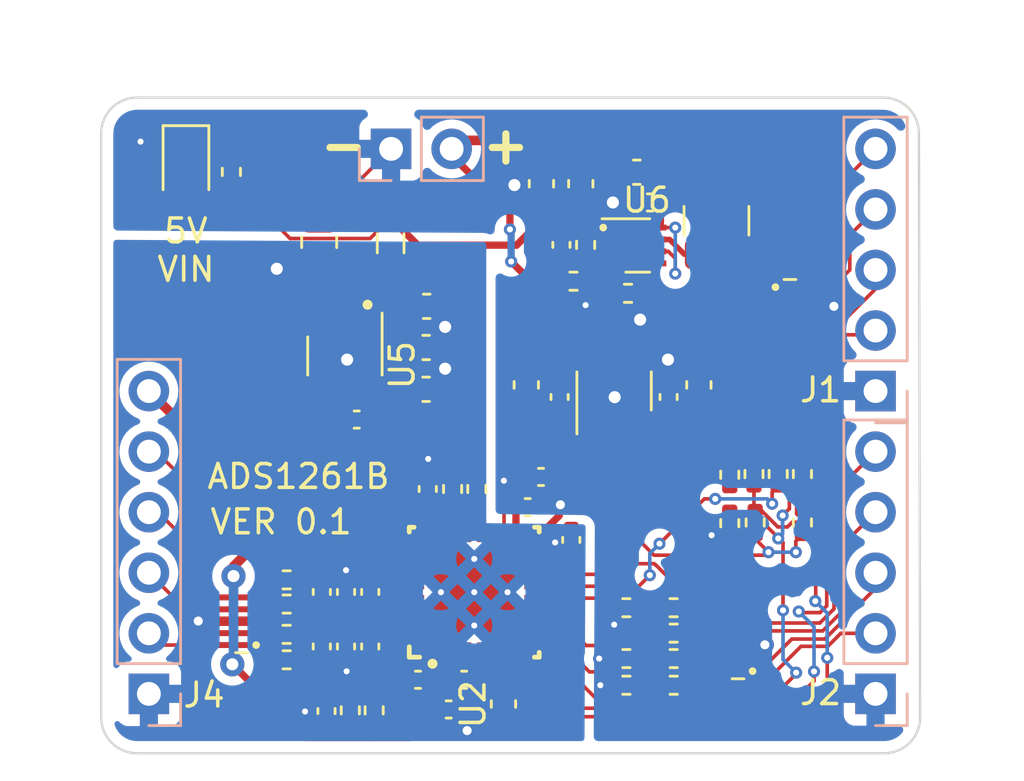
<source format=kicad_pcb>
(kicad_pcb (version 20221018) (generator pcbnew)
  (layers (0 "F.Cu" signal) (31 "B.Cu" signal) (34 "B.Paste" user) (35 "F.Paste" user) (36 "B.SilkS" user "B.Silkscreen") (37 "F.SilkS" user "F.Silkscreen") (38 "B.Mask" user) (39 "F.Mask" user) (44 "Edge.Cuts" user))
  (net 0 "")
  (net 1 "GNDA")
  (net 2 "+5VA")
  (net 3 "+3V3")
  (net 4 "GNDD")
  (net 5 "/AIN3")
  (net 6 "/AIN2")
  (net 7 "/AIN1")
  (net 8 "/AIN0")
  (net 9 "Net-(U6-FB)")
  (net 10 "Net-(U6-VOUT)")
  (net 11 "Net-(J2-Pin_5)")
  (net 12 "Net-(D1-A)")
  (net 13 "Net-(J4-Pin_2)")
  (net 14 "Net-(J2-Pin_2)")
  (net 15 "Net-(J2-Pin_3)")
  (net 16 "Net-(J2-Pin_4)")
  (net 17 "Net-(U2-CAPN)")
  (net 18 "Net-(U2-CAPP)")
  (net 19 "Net-(U2-BYPASS)")
  (net 20 "Net-(U2-REFOUT)")
  (net 21 "Net-(J1-Pin_5)")
  (net 22 "Net-(J1-Pin_2)")
  (net 23 "Net-(J1-Pin_3)")
  (net 24 "Net-(J1-Pin_4)")
  (net 25 "Net-(U2-RESET_N)")
  (net 26 "Net-(U2-PWDN_N)")
  (net 27 "Net-(U2-DRDY_N)")
  (net 28 "Net-(U2-START)")
  (net 29 "Net-(U2-AIN4)")
  (net 30 "Net-(U2-DIN)")
  (net 31 "Net-(U2-DOUT_DRDY_N)")
  (net 32 "Net-(U2-SCLK)")
  (net 33 "Net-(U2-CS_N)")
  (net 38 "Net-(U2-AINCOM)")
  (net 39 "Net-(J4-Pin_3)")
  (net 40 "Net-(J4-Pin_4)")
  (net 41 "Net-(J4-Pin_5)")
  (net 42 "Net-(U6-SW)")
  (net 43 "Net-(U6-ILIM)")
  (net 46 "Net-(J3-Pin_2)")
  (net 47 "Net-(U5-EN)")
  (footprint "Resistor_SMD:R_0402_1005Metric" (layer "F.Cu") (at 28.3972 -11.7114 -90)
    (fp_text reference "R10" hide)
    (fp_text value "47R" hide)
  )
  (footprint "Inductor_SMD:L_1210_3225Metric" (layer "F.Cu") (at 25.808 -22.336 -90)
    (fp_text reference "L1" hide)
    (fp_text value "1uH")
  )
  (footprint "Resistor_SMD:R_0402_1005Metric" (layer "F.Cu") (at 19.812 -19.799)
    (fp_text reference "R13" hide)
    (fp_text value "150K")
  )
  (footprint "Capacitor_SMD:C_0402_1005Metric" (layer "F.Cu") (at 23.7998 -14.9414 -90)
    (fp_text reference "C24" hide)
    (fp_text value "100n")
  )
  (footprint "Resistor_SMD:R_0402_1005Metric" (layer "F.Cu") (at 22.098 -19.291)
    (fp_text reference "R9" hide)
    (fp_text value "20K")
  )
  (footprint "breakout:PinHeader_1x05_P2.54mm_Vertical" (layer "F.Cu") (at 32.48 -2.49 180)
    (fp_text reference "J2")
    (fp_text value "Conn_01x05_Pin")
  )
  (footprint "Capacitor_SMD:C_0402_1005Metric" (layer "F.Cu") (at 10.2696 -4.4782 -90)
    (fp_text reference "C12" hide)
    (fp_text value "1n")
  )
  (footprint "Capacitor_SMD:C_0402_1005Metric" (layer "F.Cu") (at 10.7188 -13.9954)
    (fp_text reference "C22" hide)
    (fp_text value "100n")
  )
  (footprint "Capacitor_SMD:C_0402_1005Metric" (layer "F.Cu") (at 19.717603 -8.9486 90)
    (fp_text reference "C7" hide)
    (fp_text value "1u")
  )
  (footprint "Resistor_SMD:R_0402_1005Metric" (layer "F.Cu") (at 26.3652 -9.65 90)
    (fp_text reference "R16" hide)
    (fp_text value "51K")
  )
  (footprint "Capacitor_SMD:C_0603_1608Metric" (layer "F.Cu") (at 13.6522 -18.7452 180)
    (fp_text reference "C17" hide)
    (fp_text value "10u")
  )
  (footprint "breakout:WSON-8-1EP_2x2mm_P0.5mm_EP0.9x1.6mm" (layer "F.Cu") (at 22.508 -21.298)
    (fp_text reference "U6")
    (fp_text value "TPS61252DSG")
  )
  (footprint "LED_SMD:LED_0805_2012Metric" (layer "F.Cu") (at 3.556 -24.638 -90)
    (fp_text reference "D1" hide)
    (fp_text value "RED")
  )
  (footprint "Resistor_SMD:R_0402_1005Metric" (layer "F.Cu") (at 26.3652 -11.682 -90)
    (fp_text reference "R14" hide)
    (fp_text value "47R" hide)
  )
  (footprint "Resistor_SMD:R_0402_1005Metric" (layer "F.Cu") (at 24.010803 -5.037 180)
    (fp_text reference "R18" hide)
    (fp_text value "47R")
  )
  (footprint "Capacitor_SMD:C_0402_1005Metric" (layer "F.Cu") (at 11.2856 -6.7642 -90)
    (fp_text reference "C10" hide)
    (fp_text value "10n")
  )
  (footprint "Resistor_SMD:R_0402_1005Metric" (layer "F.Cu") (at 24.012803 -2.8526 180)
    (fp_text reference "R20" hide)
    (fp_text value "47R")
  )
  (footprint "breakout:PinHeader_1x05_P2.54mm_Vertical" (layer "F.Cu") (at 32.48 -15.19 180)
    (fp_text reference "J1")
    (fp_text value "Conn_01x05_Pin")
  )
  (footprint "Capacitor_SMD:C_0402_1005Metric" (layer "F.Cu") (at 19.2278 -14.9414 90)
    (fp_text reference "C26" hide)
    (fp_text value "100n")
  )
  (footprint "Resistor_SMD:R_0402_1005Metric" (layer "F.Cu") (at 22.027603 -6.1038)
    (fp_text reference "R25" hide)
    (fp_text value "51K")
  )
  (footprint "Resistor_SMD:R_0402_1005Metric" (layer "F.Cu") (at 5.461 -24.384 -90)
    (fp_text reference "R15" hide)
    (fp_text value "3K3")
  )
  (footprint "Resistor_SMD:R_0402_1005Metric" (layer "F.Cu") (at 24.010803 -6.1038 180)
    (fp_text reference "R17" hide)
    (fp_text value "47R")
  )
  (footprint "Capacitor_SMD:C_0402_1005Metric" (layer "F.Cu") (at 10.2696 -6.7642 -90)
    (fp_text reference "C11" hide)
    (fp_text value "1n")
  )
  (footprint "Resistor_SMD:R_0402_1005Metric" (layer "F.Cu") (at 7.7804 -7.2722)
    (fp_text reference "R26" hide)
    (fp_text value "100R")
  )
  (footprint "Capacitor_SMD:C_0603_1608Metric" (layer "F.Cu") (at 18.4658 -23.8884 -90)
    (fp_text reference "C28" hide)
    (fp_text value "10u")
  )
  (footprint "Capacitor_SMD:C_0402_1005Metric" (layer "F.Cu") (at 11.2856 -4.4782 -90)
    (fp_text reference "C13" hide)
    (fp_text value "10n")
  )
  (footprint "Capacitor_SMD:C_0402_1005Metric" (layer "F.Cu") (at 13.6986 -11.0822 -90)
    (fp_text reference "C5" hide)
    (fp_text value "1u")
  )
  (footprint "Capacitor_SMD:C_0603_1608Metric" (layer "F.Cu") (at 20.1168 -23.8884 -90)
    (fp_text reference "C20" hide)
    (fp_text value "10u")
  )
  (footprint "breakout:PinHeader_1x02_P2.54mm_Vertical" (layer "F.Cu") (at 12.16 -25.35 90)
    (fp_text reference "J3" hide)
    (fp_text value "Conn_01x03_Pin")
  )
  (footprint "common:Diodes_UDFN-10_1.0x2.5mm_P0.5mm" (layer "F.Cu") (at 5.5001 -5.537 180)
    (fp_text reference "U4" hide)
    (fp_text value "ESD5344D-TP")
  )
  (footprint "Resistor_SMD:R_0805_2012Metric" (layer "F.Cu") (at 9.144 -21.4376 -90)
    (fp_text reference "R21" hide)
    (fp_text value "0R")
  )
  (footprint "Capacitor_SMD:C_0603_1608Metric" (layer "F.Cu") (at 25.0698 -15.4494 -90)
    (fp_text reference "C25" hide)
    (fp_text value "10u")
  )
  (footprint "Resistor_SMD:R_0402_1005Metric" (layer "F.Cu") (at 24.012803 -3.9702 180)
    (fp_text reference "R19" hide)
    (fp_text value "47R")
  )
  (footprint "Capacitor_SMD:C_0402_1005Metric" (layer "F.Cu") (at 9.2536 -6.7642 -90)
    (fp_text reference "C9" hide)
    (fp_text value "1n")
  )
  (footprint "Resistor_SMD:R_0402_1005Metric" (layer "F.Cu") (at 7.7784 -4.9862)
    (fp_text reference "R29" hide)
    (fp_text value "100R")
  )
  (footprint "Resistor_SMD:R_0402_1005Metric" (layer "F.Cu") (at 7.7804 -3.9194)
    (fp_text reference "R30" hide)
    (fp_text value "100R")
  )
  (footprint "Capacitor_SMD:C_0402_1005Metric" (layer "F.Cu") (at 14.5746 -1.8366 180)
    (fp_text reference "C1" hide)
    (fp_text value "1u")
  )
  (footprint "Resistor_SMD:R_0402_1005Metric" (layer "F.Cu") (at 11.45 -1.8 -90)
    (fp_text reference "R2" hide)
    (fp_text value "51K")
  )
  (footprint "Capacitor_SMD:C_0402_1005Metric" (layer "F.Cu") (at 23.015 -23.101)
    (fp_text reference "C19" hide)
    (fp_text value "100n")
  )
  (footprint "Package_TO_SOT_SMD:SOT-23-3" (layer "F.Cu") (at 21.5138 -15.1954 90)
    (fp_text reference "U7" hide)
    (fp_text value "XC6206P332MR")
  )
  (footprint "Capacitor_SMD:C_0402_1005Metric" (layer "F.Cu") (at 18.4484 -11.5902)
    (fp_text reference "C2" hide)
    (fp_text value "1u")
  )
  (footprint "Capacitor_SMD:C_0603_1608Metric" (layer "F.Cu") (at 13.6311 -15.2654 180)
    (fp_text reference "C23" hide)
    (fp_text value "10u")
  )
  (footprint "Capacitor_SMD:C_0402_1005Metric" (layer "F.Cu") (at 9.45 -1.77 90)
    (fp_text reference "C15" hide)
    (fp_text value "1u")
  )
  (footprint "Resistor_SMD:R_0402_1005Metric" (layer "F.Cu") (at 27.3812 -11.7114 -90)
    (fp_text reference "R12" hide)
    (fp_text value "47R" hide)
  )
  (footprint "Inductor_SMD:L_0805_2012Metric" (layer "F.Cu") (at 12.1412 -21.3868 -90)
    (fp_text reference "FB5" hide)
    (fp_text value "Ferrite Bead")
  )
  (footprint "Resistor_SMD:R_0402_1005Metric" (layer "F.Cu") (at 22.029603 -2.8526)
    (fp_text reference "R23" hide)
    (fp_text value "51K")
  )
  (footprint "breakout:SOT-23-5" (layer "F.Cu") (at 10.2227 -16.6624 -90)
    (fp_text reference "U5")
    (fp_text value "TPS7A2050PDBVR")
  )
  (footprint "Capacitor_SMD:C_0402_1005Metric" (layer "F.Cu") (at 13.2896 -3.0812 180)
    (fp_text reference "C6" hide)
    (fp_text value "4n7")
  )
  (footprint "Capacitor_SMD:C_0603_1608Metric" (layer "F.Cu") (at 13.6311 -17.018 180)
    (fp_text reference "C21" hide)
    (fp_text value "10u")
  )
  (footprint "Capacitor_SMD:C_0603_1608Metric" (layer "F.Cu") (at 16.8736 -2.0652 -90)
    (fp_text reference "C8" hide)
    (fp_text value "10u")
  )
  (footprint "Resistor_SMD:R_0402_1005Metric" (layer "F.Cu") (at 14.74 -11.0822 -90)
    (fp_text reference "R3" hide)
    (fp_text value "51K")
  )
  (footprint "Capacitor_SMD:C_0402_1005Metric" (layer "F.Cu") (at 15.2226 -3.0812 180)
    (fp_text reference "C3" hide)
    (fp_text value "100n")
  )
  (footprint "Resistor_SMD:R_0402_1005Metric" (layer "F.Cu") (at 22.029603 -3.9702)
    (fp_text reference "R24" hide)
    (fp_text value "51K")
  )
  (footprint "Capacitor_SMD:C_0402_1005Metric" (layer "F.Cu") (at 19.304 -21.323 90)
    (fp_text reference "C18" hide)
    (fp_text value "100pf")
  )
  (footprint "Capacitor_SMD:C_0402_1005Metric" (layer "F.Cu") (at 17.8896 -10.3202)
    (fp_text reference "C4" hide)
    (fp_text value "100n")
  )
  (footprint "Capacitor_SMD:C_0402_1005Metric" (layer "F.Cu") (at 9.2536 -4.4782 -90)
    (fp_text reference "C14" hide)
    (fp_text value "1n")
  )
  (footprint "Resistor_SMD:R_0402_1005Metric" (layer "F.Cu") (at 27.432 -9.6794 -90)
    (fp_text reference "R5" hide)
    (fp_text value "51K" hide)
  )
  (footprint "common:Diodes_UDFN-10_1.0x2.5mm_P0.5mm" (layer "F.Cu") (at 26.3224 -4.4434 180)
    (fp_text reference "U3" hide)
    (fp_text value "ESD5344D-TP")
  )
  (footprint "Resistor_SMD:R_0402_1005Metric" (layer "F.Cu") (at 7.7804 -6.2562)
    (fp_text reference "R28" hide)
    (fp_text value "100R")
  )
  (footprint "breakout:PinHeader_1x06_P2.54mm_Vertical" (layer "F.Cu") (at 2 -2.49 180)
    (fp_text reference "J4")
    (fp_text value "Conn_01x06_Pin")
  )
  (footprint "Resistor_SMD:R_0402_1005Metric" (layer "F.Cu") (at 29.4132 -11.7114 -90)
    (fp_text reference "R8" hide)
    (fp_text value "47R" hide)
  )
  (footprint "Resistor_SMD:R_0402_1005Metric" (layer "F.Cu") (at 20.32 -21.323 -90)
    (fp_text reference "R11" hide)
    (fp_text value "536K")
  )
  (footprint "Capacitor_SMD:C_0603_1608Metric" (layer "F.Cu") (at 17.8308 -15.4494 90)
    (fp_text reference "C27" hide)
    (fp_text value "10u")
  )
  (footprint "Resistor_SMD:R_0402_1005Metric" (layer "F.Cu") (at 10.45 -1.8 90)
    (fp_text reference "R6" hide)
    (fp_text value "51K")
  )
  (footprint "Resistor_SMD:R_0402_1005Metric" (layer "F.Cu") (at 29.4132 -9.6794 -90)
    (fp_text reference "R4" hide)
    (fp_text value "51K" hide)
  )
  (footprint "common:Diodes_UDFN-10_1.0x2.5mm_P0.5mm" (layer "F.Cu") (at 29.2805 -18.55)
    (fp_text reference "U1" hide)
    (fp_text value "ESD5344D-TP")
  )
  (footprint "Capacitor_SMD:C_0603_1608Metric" (layer "F.Cu") (at 22.466 -24.371)
    (fp_text reference "C16" hide)
    (fp_text value "10u")
  )
  (footprint "breakout:RHB0032E" (layer "F.Cu") (at 15.6476 -6.754197 90)
    (fp_text reference "U2")
    (fp_text value "ADS1261IRHBR")
  )
  (footprint "Resistor_SMD:R_0402_1005Metric" (layer "F.Cu") (at 15.756 -11.0842 90)
    (fp_text reference "R1" hide)
    (fp_text value "51K")
  )
  (gr_arc locked (start 32.8 -27.5) (mid 33.86066 -27.06066) (end 34.3 -26) (stroke (width 0.1)) (layer "Edge.Cuts"))
  (gr_line locked (start 0 -26) (end 0 -1.5) (stroke (width 0.1)) (layer "Edge.Cuts"))
  (gr_line locked (start 34.35 -1.5) (end 34.3 -26) (stroke (width 0.1)) (layer "Edge.Cuts"))
  (gr_line locked (start 32.8 -27.5) (end 1.5 -27.5) (stroke (width 0.1)) (layer "Edge.Cuts"))
  (gr_arc locked (start 34.35 -1.5) (mid 33.91066 -0.43934) (end 32.85 0) (stroke (width 0.1)) (layer "Edge.Cuts"))
  (gr_line locked (start 1.5 0) (end 32.85 0) (stroke (width 0.1)) (layer "Edge.Cuts"))
  (gr_arc locked (start 0 -26) (mid 0.43934 -27.06066) (end 1.5 -27.5) (stroke (width 0.1)) (layer "Edge.Cuts"))
  (gr_arc locked (start 1.5 0) (mid 0.43934 -0.43934) (end 0 -1.5) (stroke (width 0.1)) (layer "Edge.Cuts"))
  (gr_text "ADS1261B" (at 4.3688 -11.0236) (layer "F.SilkS") (effects (font (size 1 1)) (justify left bottom)))
  (gr_text "-" (at 9.0424 -24.638) (layer "F.SilkS") (effects (font (size 1.5 1.5) (thickness 0.3) bold) (justify left bottom)))
  (gr_text "+" (at 15.8496 -24.638) (layer "F.SilkS") (effects (font (size 1.5 1.5) (thickness 0.3) bold) (justify left bottom)))
  (gr_text "5V\nVIN" (at 3.556 -19.7104) (layer "F.SilkS") (effects (font (size 1 1)) (justify bottom)))
  (gr_text "VER 0.1" (at 4.4958 -9.1186) (layer "F.SilkS") (effects (font (size 1 1)) (justify left bottom)))
  (segment (start 15.3496 -1.8112) (end 15.3496 -0.7952) (width 0.3048) (layer "F.Cu") (net 1))
  (segment (start 16.3526 -1.8112) (end 16.8736 -1.2902) (width 0.1524) (layer "F.Cu") (net 1))
  (segment (start 10.2227 -16.6034) (end 10.3161 -16.51) (width 0.3048) (layer "F.Cu") (net 1))
  (segment (start 13.716 -11.5796) (end 13.6986 -11.5622) (width 0.1524) (layer "F.Cu") (net 1))
  (segment (start 7.366 -20.32) (end 8.9389 -20.32) (width 0.1524) (layer "F.Cu") (net 1))
  (segment (start 9.01 -1.29) (end 8.55 -1.75) (width 0.1524) (layer "F.Cu") (net 1))
  (segment (start 10.5236 -1.2042) (end 9.7336 -1.2042) (width 0.1524) (layer "F.Cu") (net 1))
  (segment (start 4.072894 -5.544106) (end 4.072 -5.545) (width 0.1524) (layer "F.Cu") (net 1))
  (segment (start 10.2136 -3.9982) (end 9.2536 -4.9582) (width 0.1524) (layer "F.Cu") (net 1))
  (segment (start 15.3626 -2.7412) (end 15.7026 -3.0812) (width 0.1524) (layer "F.Cu") (net 1))
  (segment (start 15.3626 -1.8112) (end 15.3626 -2.7412) (width 0.1524) (layer "F.Cu") (net 1))
  (segment (start 14.71 -11.5622) (end 14.74 -11.5922) (width 0.1524) (layer "F.Cu") (net 1))
  (segment (start 9.3096 -6.2842) (end 10.2696 -7.2442) (width 0.1524) (layer "F.Cu") (net 1))
  (segment (start 15.3496 -1.8112) (end 16.3526 -1.8112) (width 0.1524) (layer "F.Cu") (net 1))
  (segment (start 9.9351 -16.637) (end 10.2227 -16.9246) (width 0.1524) (layer "F.Cu") (net 1))
  (segment (start 10.2696 -3.9982) (end 10.294313 -3.973487) (width 0.1524) (layer "F.Cu") (net 1))
  (segment (start 4.08 -5.537) (end 4.072 -5.545) (width 0.3048) (layer "F.Cu") (net 1))
  (segment (start 15.7026 -3.0812) (end 15.8976 -3.2762) (width 0.1524) (layer "F.Cu") (net 1))
  (segment (start 13.716 -12.3444) (end 13.716 -11.5796) (width 0.1524) (layer "F.Cu") (net 1))
  (segment (start 10.3161 -14.0727) (end 10.3161 -16.51) (width 0.3048) (layer "F.Cu") (net 1))
  (segment (start 10.2696 -3.9982) (end 10.2136 -3.9982) (width 0.1524) (layer "F.Cu") (net 1))
  (segment (start 13.6986 -11.5622) (end 14.71 -11.5622) (width 0.1524) (layer "F.Cu") (net 1))
  (segment (start 9.3044 -6.2842) (end 9.3096 -6.2842) (width 0.1524) (layer "F.Cu") (net 1))
  (segment (start 9.7336 -1.2042) (end 9.7108 -1.227) (width 0.1524) (layer "F.Cu") (net 1))
  (segment (start 10.294313 -3.973487) (end 10.294313 -3.4363) (width 0.1524) (layer "F.Cu") (net 1))
  (segment (start 10.2388 -13.9954) (end 10.3161 -14.0727) (width 0.3048) (layer "F.Cu") (net 1))
  (segment (start 5.5001 -5.537) (end 4.08 -5.537) (width 0.3048) (layer "F.Cu") (net 1))
  (segment (start 9.45 -1.29) (end 9.01 -1.29) (width 0.1524) (layer "F.Cu") (net 1))
  (segment (start 10.2227 -17.7999) (end 10.2227 -16.6034) (width 0.3048) (layer "F.Cu") (net 1))
  (segment (start 8.9389 -20.32) (end 9.144 -20.5251) (width 0.1524) (layer "F.Cu") (net 1))
  (segment (start 19.629203 -9.4286) (end 19.039803 -8.8392) (width 0.1524) (layer "F.Cu") (net 1))
  (segment (start 15.8976 -3.2762) (end 15.8976 -4.354197) (width 0.1524) (layer "F.Cu") (net 1))
  (via (at 8.55 -1.75) (size 0.508) (drill 0.254) (layers "F.Cu" "B.Cu") (net 1))
  (via (at 14.4272 -16.129) (size 1.016) (drill 0.508) (layers "F.Cu" "B.Cu") (net 1))
  (via (at 10.3161 -16.51) (size 1.016) (drill 0.508) (layers "F.Cu" "B.Cu") (net 1))
  (via (at 19.039803 -8.8392) (size 0.508) (drill 0.254) (layers "F.Cu" "B.Cu") (net 1))
  (via (at 4.072 -5.545) (size 0.762) (drill 0.381) (layers "F.Cu" "B.Cu") (net 1))
  (via (at 7.366 -20.32) (size 1.016) (drill 0.508) (layers "F.Cu" "B.Cu") (net 1))
  (via (at 14.4272 -17.8816) (size 1.016) (drill 0.508) (layers "F.Cu" "B.Cu") (net 1))
  (via (at 13.716 -12.3444) (size 0.508) (drill 0.254) (layers "F.Cu" "B.Cu") (net 1))
  (via (at 15.3496 -0.95) (size 0.762) (drill 0.381) (layers "F.Cu" "B.Cu") (net 1))
  (via (at 10.2696 -7.6786) (size 0.508) (drill 0.254) (layers "F.Cu" "B.Cu") (net 1))
  (via (at 10.294313 -3.4363) (size 0.508) (drill 0.254) (layers "F.Cu" "B.Cu") (net 1))
  (segment (start 2 -2.49) (end 2 -1.048) (width 0.762) (layer "B.Cu") (net 1))
  (segment (start 4.318 -2.4892) (end 4.3172 -2.49) (width 0.762) (layer "B.Cu") (net 1))
  (segment (start 4.3172 -2.49) (end 2 -2.49) (width 0.762) (layer "B.Cu") (net 1))
  (segment (start 11.1727 -15.1439) (end 12.7346 -15.1439) (width 0.3048) (layer "F.Cu") (net 2))
  (segment (start 12.7346 -15.1439) (end 12.8561 -15.2654) (width 0.3048) (layer "F.Cu") (net 2))
  (segment (start 11.45 -1.29) (end 11.45 -0.7104) (width 0.1524) (layer "F.Cu") (net 2))
  (segment (start 14.7426 -3.0812) (end 14.7426 -2.4996) (width 0.1524) (layer "F.Cu") (net 2))
  (segment (start 5.55 -7.43) (end 5.55 -7.836) (width 0.2286) (layer "F.Cu") (net 2))
  (segment (start 12.0396 -12.7508) (end 4.4392 -12.7508) (width 0.4064) (layer "F.Cu") (net 2))
  (segment (start 13.5326 -13.8176) (end 12.8561 -13.8176) (width 0.1524) (layer "F.Cu") (net 2))
  (segment (start 9.7536 -12.0396) (end 9.7536 -12.7508) (width 0.4064) (layer "F.Cu") (net 2))
  (segment (start 11.5 -0.6604) (end 8.5696 -0.6604) (width 0.3048) (layer "F.Cu") (net 2))
  (segment (start 4.4392 -12.7508) (end 2 -15.19) (width 0.4064) (layer "F.Cu") (net 2))
  (segment (start 12.8561 -15.2654) (end 12.8561 -13.5673) (width 0.4064) (layer "F.Cu") (net 2))
  (segment (start 14.0946 -1.8366) (end 12.9184 -0.6604) (width 0.3048) (layer "F.Cu") (net 2))
  (segment (start 11.45 -0.7104) (end 11.5 -0.6604) (width 0.1524) (layer "F.Cu") (net 2))
  (segment (start 11.2268 -13.97) (end 11.2268 -15.4708) (width 0.3048) (layer "F.Cu") (net 2))
  (segment (start 12.8561 -13.5673) (end 12.0396 -12.7508) (width 0.4064) (layer "F.Cu") (net 2))
  (segment (start 14.7426 -2.4996) (end 14.0542 -1.8112) (width 0.1524) (layer "F.Cu") (net 2))
  (segment (start 5.55 -7.836) (end 9.7536 -12.0396) (width 0.4064) (layer "F.Cu") (net 2))
  (segment (start 14.7426 -3.0812) (end 15.397598 -3.736198) (width 0.1524) (layer "F.Cu") (net 2))
  (segment (start 12.8561 -17.018) (end 12.8561 -15.2654) (width 0.3048) (layer "F.Cu") (net 2))
  (segment (start 15.397598 -3.736198) (end 15.397598 -4.354197) (width 0.1524) (layer "F.Cu") (net 2))
  (segment (start 12.9184 -0.6604) (end 11.5 -0.6604) (width 0.3048) (layer "F.Cu") (net 2))
  (segment (start 8.5696 -0.6604) (end 5.55 -3.68) (width 0.3048) (layer "F.Cu") (net 2))
  (segment (start 11.2268 -15.4708) (end 11.1727 -15.5249) (width 0.3048) (layer "F.Cu") (net 2))
  (segment (start 15.756 -11.5942) (end 13.5326 -13.8176) (width 0.1524) (layer "F.Cu") (net 2))
  (via (at 5.5 -3.73) (size 1.016) (drill 0.508) (layers "F.Cu" "B.Cu") (net 2))
  (via (at 5.55 -7.43) (size 1.016) (drill 0.508) (layers "F.Cu" "B.Cu") (net 2))
  (segment (start 5.55 -3.83) (end 5.55 -6.98) (width 0.4064) (layer "B.Cu") (net 2))
  (segment (start 5.55 -6.98) (end 5.75 -7.18) (width 0.3048) (layer "B.Cu") (net 2))
  (segment (start 27.432 -8.9916) (end 27.9908 -8.4328) (width 0.1524) (layer "F.Cu") (net 3))
  (segment (start 29.4132 -9.1694) (end 29.136428 -8.892628) (width 0.1524) (layer "F.Cu") (net 3))
  (segment (start 29.136428 -8.892628) (end 29.136428 -8.4328) (width 0.1524) (layer "F.Cu") (net 3))
  (segment (start 24.8568 -14.4614) (end 25.0698 -14.6744) (width 0.3048) (layer "F.Cu") (net 3))
  (segment (start 18.4912 -12.3444) (end 20.066 -12.3444) (width 0.3048) (layer "F.Cu") (net 3))
  (segment (start 20.7503 -12.3444) (end 20.066 -12.3444) (width 0.3048) (layer "F.Cu") (net 3))
  (segment (start 23.7998 -14.4614) (end 24.8568 -14.4614) (width 0.3048) (layer "F.Cu") (net 3))
  (segment (start 17.4096 -11.0314) (end 17.9684 -11.5902) (width 0.3048) (layer "F.Cu") (net 3))
  (segment (start 17.397599 -10.308199) (end 17.4096 -10.3202) (width 0.3048) (layer "F.Cu") (net 3))
  (segment (start 23.7998 -14.4614) (end 23.7656 -14.4272) (width 0.3048) (layer "F.Cu") (net 3))
  (segment (start 23.1897 -8.3063) (end 20.066 -11.43) (width 0.1524) (layer "F.Cu") (net 3))
  (segment (start 22.4638 -14.0579) (end 20.7503 -12.3444) (width 0.3048) (layer "F.Cu") (net 3))
  (segment (start 27.9908 -8.4328) (end 27.8643 -8.3063) (width 0.1524) (layer "F.Cu") (net 3))
  (segment (start 17.9684 -11.8216) (end 18.4912 -12.3444) (width 0.3048) (layer "F.Cu") (net 3))
  (segment (start 27.8643 -8.3063) (end 23.1897 -8.3063) (width 0.1524) (layer "F.Cu") (net 3))
  (segment (start 17.397599 -9.154197) (end 17.397599 -10.308199) (width 0.3048) (layer "F.Cu") (net 3))
  (segment (start 23.7656 -14.4272) (end 22.5254 -14.4272) (width 0.3048) (layer "F.Cu") (net 3))
  (segment (start 20.066 -11.43) (end 20.066 -12.3444) (width 0.1524) (layer "F.Cu") (net 3))
  (segment (start 17.4096 -10.3202) (end 17.4096 -11.0314) (width 0.3048) (layer "F.Cu") (net 3))
  (segment (start 27.432 -9.1694) (end 27.432 -8.9916) (width 0.1524) (layer "F.Cu") (net 3))
  (segment (start 17.9684 -11.5902) (end 17.9684 -11.8216) (width 0.3048) (layer "F.Cu") (net 3))
  (via (at 29.136428 -8.4328) (size 0.508) (drill 0.254) (layers "F.Cu" "B.Cu") (net 3))
  (via (at 27.9908 -8.4328) (size 0.508) (drill 0.254) (layers "F.Cu" "B.Cu") (net 3))
  (segment (start 29.136428 -8.4328) (end 27.9908 -8.4328) (width 0.1524) (layer "B.Cu") (net 3))
  (segment (start 21.558 -22.048) (end 21.558 -22.124) (width 0.1524) (layer "F.Cu") (net 4))
  (segment (start 22.508 -21.298) (end 22.508 -19.391) (width 0.3048) (layer "F.Cu") (net 4))
  (segment (start 20.1168 -24.6634) (end 21.3986 -24.6634) (width 0.3048) (layer "F.Cu") (net 4))
  (segment (start 21.3986 -24.6634) (end 21.691 -24.371) (width 0.3048) (layer "F.Cu") (net 4))
  (segment (start 18.0476 -8.802) (end 18.0476 -8.504199) (width 0.3048) (layer "F.Cu") (net 4))
  (segment (start 19.2112 -14.478) (end 19.2278 -14.4614) (width 0.3048) (layer "F.Cu") (net 4))
  (segment (start 19.2109 -10.3715) (end 19.2109 -9.9653) (width 0.3048) (layer "F.Cu") (net 4))
  (segment (start 18.0272 -14.478) (end 19.2112 -14.478) (width 0.3048) (layer "F.Cu") (net 4))
  (segment (start 23.7998 -15.4214) (end 24.2668 -15.4214) (width 0.3048) (layer "F.Cu") (net 4))
  (segment (start 26.023103 -4.4434) (end 27.5256 -4.4434) (width 0.1524) (layer "F.Cu") (net 4))
  (segment (start 1.7295 -25.5755) (end 1.651 -25.654) (width 0.1524) (layer "F.Cu") (net 4))
  (segment (start 20.5638 -14.0579) (end 19.6313 -14.0579) (width 0.3048) (layer "F.Cu") (net 4))
  (segment (start 23.7998 -15.4214) (end 23.7998 -16.4846) (width 0.3048) (layer "F.Cu") (net 4))
  (segment (start 22.606 -15.9512) (end 22.606 -18.1864) (width 0.3048) (layer "F.Cu") (net 4))
  (segment (start 22.1128 -22.048) (end 22.508 -21.6528) (width 0.2286) (layer "F.Cu") (net 4))
  (segment (start 19.2612 -10.4218) (end 19.2109 -10.3715) (width 0.3048) (layer "F.Cu") (net 4))
  (segment (start 3.556 -25.5755) (end 1.7295 -25.5755) (width 0.1524) (layer "F.Cu") (net 4))
  (segment (start 22.535 -23.101) (end 22.535 -21.325) (width 0.3048) (layer "F.Cu") (net 4))
  (segment (start 21.691 -24.371) (end 21.691 -23.329) (width 0.3048) (layer "F.Cu") (net 4))
  (segment (start 21.558 -22.048) (end 22.1128 -22.048) (width 0.2286) (layer "F.Cu") (net 4))
  (segment (start 22.508 -21.6528) (end 22.508 -21.298) (width 0.3048) (layer "F.Cu") (net 4))
  (segment (start 22.508 -21.298) (end 22.508 -21.675) (width 0.1524) (layer "F.Cu") (net 4))
  (segment (start 19.2612 -10.4218) (end 19.2234 -10.4596) (width 0.3048) (layer "F.Cu") (net 4))
  (segment (start 19.2234 -10.4596) (end 19.2234 -11.5902) (width 0.3048) (layer "F.Cu") (net 4))
  (segment (start 22.535 -21.325) (end 22.508 -21.298) (width 0.3048) (layer "F.Cu") (net 4))
  (segment (start 18.165087 -24.6634) (end 17.332999 -23.831312) (width 0.3048) (layer "F.Cu") (net 4))
  (segment (start 20.7127 -14.0579) (end 22.606 -15.9512) (width 0.3048) (layer "F.Cu") (net 4))
  (segment (start 25.6032 -9.144) (end 26.3612 -9.144) (width 0.1524) (layer "F.Cu") (net 4))
  (segment (start 8.89 -22.08) (end 12.16 -25.35) (width 0.1524) (layer "F.Cu") (net 4))
  (segment (start 23.7998 -16.4846) (end 23.7744 -16.51) (width 0.3048) (layer "F.Cu") (net 4))
  (segment (start 21.691 -23.329) (end 21.463 -23.101) (width 0.3048) (layer "F.Cu") (net 4))
  (segment (start 24.2668 -15.4214) (end 25.0698 -16.2244) (width 0.3048) (layer "F.Cu") (net 4))
  (segment (start 19.2109 -9.9653) (end 18.0476 -8.802) (width 0.3048) (layer "F.Cu") (net 4))
  (segment (start 21.517603 -6.1038) (end 21.517603 -5.3926) (width 0.1524) (layer "F.Cu") (net 4))
  (segment (start 21.519603 -2.8526) (end 20.9376 -2.8526) (width 0.1524) (layer "F.Cu") (net 4))
  (segment (start 18.4658 -24.6634) (end 20.1168 -24.6634) (width 0.3048) (layer "F.Cu") (net 4))
  (segment (start 16.897597 -11.423403) (end 16.891 -11.43) (width 0.1524) (layer "F.Cu") (net 4))
  (segment (start 21.558 -23.006) (end 21.463 -23.101) (width 0.3048) (layer "F.Cu") (net 4))
  (segment (start 22.508 -19.391) (end 22.608 -19.291) (width 0.3048) (layer "F.Cu") (net 4))
  (segment (start 20.322 -19.799) (end 20.322 -18.798) (width 0.1524) (layer "F.Cu") (net 4))
  (segment (start 21.519603 -3.9702) (end 20.8868 -3.9702) (width 0.1524) (layer "F.Cu") (net 4))
  (segment (start 17.8308 -14.6744) (end 18.0272 -14.478) (width 0.3048) (layer "F.Cu") (net 4))
  (segment (start 18.4658 -24.6634) (end 18.165087 -24.6634) (width 0.3048) (layer "F.Cu") (net 4))
  (segment (start 19.1596 -10.3202) (end 19.2612 -10.4218) (width 0.3048) (layer "F.Cu") (net 4))
  (segment (start 20.5638 -14.0579) (end 20.7127 -14.0579) (width 0.3048) (layer "F.Cu") (net 4))
  (segment (start 16.897597 -9.154197) (end 16.897597 -11.423403) (width 0.1524) (layer "F.Cu") (net 4))
  (segment (start 18.3696 -10.3202) (end 19.1596 -10.3202) (width 0.3048) (layer "F.Cu") (net 4))
  (segment (start 30.5388 -18.55) (end 30.734 -18.7452) (width 0.1524) (layer "F.Cu") (net 4))
  (segment (start 29.2805 -18.55) (end 30.5388 -18.55) (width 0.1524) (layer "F.Cu") (net 4))
  (segment (start 21.558 -22.098) (end 21.558 -23.056) (width 0.3048) (layer "F.Cu") (net 4))
  (segment (start 22.608 -19.291) (end 22.608 -18.3216) (width 0.3048) (layer "F.Cu") (net 4))
  (segment (start 19.6313 -14.0579) (end 19.2278 -14.4614) (width 0.3048) (layer "F.Cu") (net 4))
  (via (at 20.32 -18.796) (size 0.508) (drill 0.254) (layers "F.Cu" "B.Cu") (net 4))
  (via (at 27.8384 -4.548099) (size 0.762) (drill 0.381) (layers "F.Cu" "B.Cu") (net 4))
  (via (at 30.734 -18.7452) (size 0.762) (drill 0.381) (layers "F.Cu" "B.Cu") (net 4))
  (via (at 21.517603 -5.3926) (size 0.508) (drill 0.254) (layers "F.Cu" "B.Cu") (net 4))
  (via (at 16.891 -11.43) (size 0.508) (drill 0.254) (layers "F.Cu" "B.Cu") (net 4))
  (via (at 22.606 -18.1864) (size 1.016) (drill 0.508) (layers "F.Cu" "B.Cu") (net 4))
  (via (at 20.8868 -3.9702) (size 0.508) (drill 0.254) (layers "F.Cu" "B.Cu") (net 4))
  (via (at 19.2612 -10.4218) (size 0.762) (drill 0.381) (layers "F.Cu" "B.Cu") (net 4))
  (via (at 20.9376 -2.8526) (size 0.508) (drill 0.254) (layers "F.Cu" "B.Cu") (net 4))
  (via (at 17.332999 -23.831312) (size 1.016) (drill 0.508) (layers "F.Cu" "B.Cu") (net 4))
  (via (at 23.7744 -16.51) (size 1.016) (drill 0.508) (layers "F.Cu" "B.Cu") (net 4))
  (via (at 1.651 -25.654) (size 0.508) (drill 0.254) (layers "F.Cu" "B.Cu") (net 4))
  (via (at 25.6032 -9.144) (size 0.508) (drill 0.254) (layers "F.Cu" "B.Cu") (net 4))
  (via (at 21.5392 -14.9352) (size 1.016) (drill 0.508) (layers "F.Cu" "B.Cu") (net 4))
  (via (at 21.463 -23.101) (size 1.016) (drill 0.508) (layers "F.Cu" "B.Cu") (net 4))
  (segment (start 10.3132 -25.35) (end 10.3124 -25.3492) (width 0.762) (layer "B.Cu") (net 4))
  (segment (start 32.48 -2.49) (end 32.48 -1.1364) (width 0.762) (layer "B.Cu") (net 4))
  (segment (start 32.48 -2.49) (end 30.684 -2.49) (width 0.762) (layer "B.Cu") (net 4))
  (segment (start 12.16 -23.6408) (end 12.1412 -23.622) (width 0.762) (layer "B.Cu") (net 4))
  (segment (start 32.48 -15.19) (end 30.3792 -15.19) (width 0.762) (layer "B.Cu") (net 4))
  (segment (start 30.684 -2.49) (end 30.6832 -2.4892) (width 0.762) (layer "B.Cu") (net 4))
  (segment (start 12.16 -25.35) (end 10.3132 -25.35) (width 0.762) (layer "B.Cu") (net 4))
  (segment (start 12.16 -25.35) (end 12.16 -23.6408) (width 0.762) (layer "B.Cu") (net 4))
  (segment (start 9.8632 -8.1866) (end 9.3044 -7.6278) (width 0.1524) (layer "F.Cu") (net 5))
  (segment (start 9.3044 -7.2442) (end 8.3184 -7.2442) (width 0.1524) (layer "F.Cu") (net 5))
  (segment (start 9.3044 -7.6278) (end 9.3044 -7.2442) (width 0.1524) (layer "F.Cu") (net 5))
  (segment (start 13.2476 -6.504197) (end 12.025603 -6.504197) (width 0.1524) (layer "F.Cu") (net 5))
  (segment (start 11.2856 -7.2442) (end 11.2856 -7.6278) (width 0.1524) (layer "F.Cu") (net 5))
  (segment (start 10.7268 -8.1866) (end 9.8632 -8.1866) (width 0.1524) (layer "F.Cu") (net 5))
  (segment (start 12.025603 -6.504197) (end 11.2856 -7.2442) (width 0.1524) (layer "F.Cu") (net 5))
  (segment (start 8.3184 -7.2442) (end 8.2904 -7.2722) (width 0.1524) (layer "F.Cu") (net 5))
  (segment (start 11.2856 -7.6278) (end 10.7268 -8.1866) (width 0.1524) (layer "F.Cu") (net 5))
  (segment (start 11.819601 -6.004199) (end 11.6666 -6.1572) (width 0.1524) (layer "F.Cu") (net 6))
  (segment (start 10.3686 -6.1572) (end 10.2696 -6.2562) (width 0.1524) (layer "F.Cu") (net 6))
  (segment (start 8.8218 -5.7756) (end 9.761 -5.7756) (width 0.1524) (layer "F.Cu") (net 6))
  (segment (start 13.2476 -6.004199) (end 11.819601 -6.004199) (width 0.1524) (layer "F.Cu") (net 6))
  (segment (start 9.761 -5.7756) (end 10.2696 -6.2842) (width 0.1524) (layer "F.Cu") (net 6))
  (segment (start 8.2904 -6.307) (end 8.8218 -5.7756) (width 0.1524) (layer "F.Cu") (net 6))
  (segment (start 11.6666 -6.1572) (end 10.3686 -6.1572) (width 0.1524) (layer "F.Cu") (net 6))
  (segment (start 8.769 -5.4668) (end 9.761 -5.4668) (width 0.1524) (layer "F.Cu") (net 7))
  (segment (start 8.2884 -4.9862) (end 8.769 -5.4668) (width 0.1524) (layer "F.Cu") (net 7))
  (segment (start 13.2476 -5.504197) (end 12.085597 -5.504197) (width 0.1524) (layer "F.Cu") (net 7))
  (segment (start 9.761 -5.4668) (end 10.2696 -4.9582) (width 0.1524) (layer "F.Cu") (net 7))
  (segment (start 12.085597 -5.504197) (end 11.6666 -5.0852) (width 0.1524) (layer "F.Cu") (net 7))
  (segment (start 10.3966 -5.0852) (end 10.2696 -4.9582) (width 0.1524) (layer "F.Cu") (net 7))
  (segment (start 11.6666 -5.0852) (end 10.3966 -5.0852) (width 0.1524) (layer "F.Cu") (net 7))
  (segment (start 9.2536 -3.3098) (end 9.2536 -3.9982) (width 0.1524) (layer "F.Cu") (net 8))
  (segment (start 8.3692 -3.9982) (end 8.2904 -3.9194) (width 0.1524) (layer "F.Cu") (net 8))
  (segment (start 10.7268 -2.9542) (end 9.6092 -2.9542) (width 0.1524) (layer "F.Cu") (net 8))
  (segment (start 11.2856 -3.9982) (end 11.2856 -3.513) (width 0.1524) (layer "F.Cu") (net 8))
  (segment (start 9.6092 -2.9542) (end 9.2536 -3.3098) (width 0.1524) (layer "F.Cu") (net 8))
  (segment (start 11.8216 -3.9982) (end 11.2856 -3.9982) (width 0.1524) (layer "F.Cu") (net 8))
  (segment (start 12.827598 -5.004198) (end 11.8216 -3.9982) (width 0.1524) (layer "F.Cu") (net 8))
  (segment (start 11.2856 -3.513) (end 10.7268 -2.9542) (width 0.1524) (layer "F.Cu") (net 8))
  (segment (start 9.2536 -3.9982) (end 8.3692 -3.9982) (width 0.1524) (layer "F.Cu") (net 8))
  (segment (start 13.2476 -5.004198) (end 12.827598 -5.004198) (width 0.1524) (layer "F.Cu") (net 8))
  (segment (start 19.304 -19.801) (end 19.302 -19.799) (width 0.1524) (layer "F.Cu") (net 9))
  (segment (start 20.555 -21.048) (end 20.32 -20.813) (width 0.1524) (layer "F.Cu") (net 9))
  (segment (start 21.558 -21.048) (end 20.555 -21.048) (width 0.1524) (layer "F.Cu") (net 9))
  (segment (start 20.32 -20.813) (end 19.334 -20.813) (width 0.1524) (layer "F.Cu") (net 9))
  (segment (start 19.334 -20.813) (end 19.304 -20.843) (width 0.1524) (layer "F.Cu") (net 9))
  (segment (start 19.304 -20.843) (end 19.304 -19.801) (width 0.1524) (layer "F.Cu") (net 9))
  (segment (start 19.334 -21.833) (end 19.304 -21.803) (width 0.3048) (layer "F.Cu") (net 10))
  (segment (start 20.1168 -23.1134) (end 20.1168 -22.0362) (width 0.3048) (layer "F.Cu") (net 10))
  (segment (start 5.461 -24.894) (end 6.0432 -24.894) (width 0.1524) (layer "F.Cu") (net 10))
  (segment (start 6.0432 -24.894) (end 6.731 -24.2062) (width 0.1524) (layer "F.Cu") (net 10))
  (segment (start 13.2799 -21.3106) (end 12.1412 -22.4493) (width 0.3048) (layer "F.Cu") (net 10))
  (segment (start 7.9248 -21.59) (end 11.2819 -21.59) (width 0.1524) (layer "F.Cu") (net 10))
  (segment (start 20.605 -21.548) (end 20.32 -21.833) (width 0.2286) (layer "F.Cu") (net 10))
  (segment (start 17.4244 -21.3106) (end 13.2799 -21.3106) (width 0.3048) (layer "F.Cu") (net 10))
  (segment (start 6.731 -22.7838) (end 7.9248 -21.59) (width 0.1524) (layer "F.Cu") (net 10))
  (segment (start 18.4658 -23.1134) (end 18.4658 -22.352) (width 0.3048) (layer "F.Cu") (net 10))
  (segment (start 11.2819 -21.59) (end 12.1412 -22.4493) (width 0.1524) (layer "F.Cu") (net 10))
  (segment (start 20.1168 -22.0362) (end 20.32 -21.833) (width 0.3048) (layer "F.Cu") (net 10))
  (segment (start 21.558 -21.548) (end 20.605 -21.548) (width 0.2286) (layer "F.Cu") (net 10))
  (segment (start 18.4658 -22.352) (end 17.4244 -21.3106) (width 0.3048) (layer "F.Cu") (net 10))
  (segment (start 20.1168 -23.1134) (end 18.4658 -23.1134) (width 0.3048) (layer "F.Cu") (net 10))
  (segment (start 20.32 -21.833) (end 19.334 -21.833) (width 0.3048) (layer "F.Cu") (net 10))
  (segment (start 6.731 -24.2062) (end 6.731 -22.7838) (width 0.1524) (layer "F.Cu") (net 10))
  (segment (start 30.738349 -10.908349) (end 32.48 -12.65) (width 0.1524) (layer "F.Cu") (net 11))
  (segment (start 30.144839 -5.4615) (end 30.738349 -6.05501) (width 0.1524) (layer "F.Cu") (net 11))
  (segment (start 24.520803 -6.1038) (end 25.163103 -5.4615) (width 0.1524) (layer "F.Cu") (net 11))
  (segment (start 30.738349 -6.05501) (end 30.738349 -10.908349) (width 0.1524) (layer "F.Cu") (net 11))
  (segment (start 25.163103 -5.4615) (end 30.144839 -5.4615) (width 0.1524) (layer "F.Cu") (net 11))
  (segment (start 5.2875 -23.7005) (end 5.461 -23.874) (width 0.1524) (layer "F.Cu") (net 12))
  (segment (start 3.556 -23.7005) (end 5.2875 -23.7005) (width 0.1524) (layer "F.Cu") (net 12))
  (segment (start 5.0626 -4.537) (end 2.493 -4.537) (width 0.1524) (layer "F.Cu") (net 13))
  (segment (start 6.866 -3.9194) (end 6.2484 -4.537) (width 0.1524) (layer "F.Cu") (net 13))
  (segment (start 2.493 -4.537) (end 2 -5.03) (width 0.1524) (layer "F.Cu") (net 13))
  (segment (start 6.866 -3.9194) (end 7.2704 -3.9194) (width 0.1524) (layer "F.Cu") (net 13))
  (segment (start 6.2484 -4.537) (end 5.9376 -4.537) (width 0.1524) (layer "F.Cu") (net 13))
  (segment (start 5.0626 -4.537) (end 5.9376 -4.537) (width 0.1524) (layer "F.Cu") (net 13))
  (segment (start 24.522803 -2.8526) (end 25.113603 -3.4434) (width 0.1524) (layer "F.Cu") (net 14))
  (segment (start 28.3134 -3.4434) (end 26.7599 -3.4434) (width 0.1524) (layer "F.Cu") (net 14))
  (segment (start 29.354997 -4.484997) (end 28.3134 -3.4434) (width 0.1524) (layer "F.Cu") (net 14))
  (segment (start 32.48 -5.03) (end 31.022833 -5.03) (width 0.1524) (layer "F.Cu") (net 14))
  (segment (start 25.8849 -3.4434) (end 26.7599 -3.4434) (width 0.1524) (layer "F.Cu") (net 14))
  (segment (start 30.477831 -4.484997) (end 29.354997 -4.484997) (width 0.1524) (layer "F.Cu") (net 14))
  (segment (start 25.113603 -3.4434) (end 25.8849 -3.4434) (width 0.1524) (layer "F.Cu") (net 14))
  (segment (start 31.022833 -5.03) (end 30.477831 -4.484997) (width 0.1524) (layer "F.Cu") (net 14))
  (segment (start 32.48 -6.917513) (end 32.48 -7.57) (width 0.1524) (layer "F.Cu") (net 15))
  (segment (start 28.967896 -4.789298) (end 30.351785 -4.789298) (width 0.1524) (layer "F.Cu") (net 15))
  (segment (start 24.522803 -3.9702) (end 24.554004 -3.938999) (width 0.1524) (layer "F.Cu") (net 15))
  (segment (start 30.351785 -4.789298) (end 32.48 -6.917513) (width 0.1524) (layer "F.Cu") (net 15))
  (segment (start 28.117597 -3.938999) (end 28.967896 -4.789298) (width 0.1524) (layer "F.Cu") (net 15))
  (segment (start 24.554004 -3.938999) (end 28.117597 -3.938999) (width 0.1524) (layer "F.Cu") (net 15))
  (segment (start 24.520803 -5.037) (end 24.614403 -4.9434) (width 0.1524) (layer "F.Cu") (net 16))
  (segment (start 27.367902 -4.9434) (end 27.581701 -5.157199) (width 0.1524) (layer "F.Cu") (net 16))
  (segment (start 24.614403 -4.9434) (end 27.367902 -4.9434) (width 0.1524) (layer "F.Cu") (net 16))
  (segment (start 28.095099 -5.157199) (end 28.121998 -5.1303) (width 0.1524) (layer "F.Cu") (net 16))
  (segment (start 31.115 -8.745) (end 32.48 -10.11) (width 0.1524) (layer "F.Cu") (net 16))
  (segment (start 30.262441 -5.1303) (end 31.115 -5.982859) (width 0.1524) (layer "F.Cu") (net 16))
  (segment (start 28.121998 -5.1303) (end 30.262441 -5.1303) (width 0.1524) (layer "F.Cu") (net 16))
  (segment (start 27.581701 -5.157199) (end 28.095099 -5.157199) (width 0.1524) (layer "F.Cu") (net 16))
  (segment (start 31.115 -5.982859) (end 31.115 -8.745) (width 0.1524) (layer "F.Cu") (net 16))
  (segment (start 14.897599 -3.924599) (end 14.7172 -3.7442) (width 0.1524) (layer "F.Cu") (net 17))
  (segment (start 13.851 -3.0812) (end 13.7696 -3.0812) (width 0.1524) (layer "F.Cu") (net 17))
  (segment (start 14.897599 -4.354197) (end 14.897599 -3.924599) (width 0.1524) (layer "F.Cu") (net 17))
  (segment (start 14.514 -3.7442) (end 13.851 -3.0812) (width 0.1524) (layer "F.Cu") (net 17))
  (segment (start 14.7172 -3.7442) (end 14.514 -3.7442) (width 0.1524) (layer "F.Cu") (net 17))
  (segment (start 13.4446 -3.7162) (end 12.8096 -3.0812) (width 0.1524) (layer "F.Cu") (net 18))
  (segment (start 14.397597 -4.058143) (end 14.055654 -3.7162) (width 0.1524) (layer "F.Cu") (net 18))
  (segment (start 14.397597 -4.354197) (end 14.397597 -4.058143) (width 0.1524) (layer "F.Cu") (net 18))
  (segment (start 14.055654 -3.7162) (end 13.4446 -3.7162) (width 0.1524) (layer "F.Cu") (net 18))
  (segment (start 18.0476 -8.004197) (end 19.2532 -8.004197) (width 0.1524) (layer "F.Cu") (net 19))
  (segment (start 19.2532 -8.004197) (end 19.717603 -8.4686) (width 0.1524) (layer "F.Cu") (net 19))
  (segment (start 16.397598 -3.316202) (end 16.8736 -2.8402) (width 0.1524) (layer "F.Cu") (net 20))
  (segment (start 16.397598 -4.354197) (end 16.397598 -3.316202) (width 0.1524) (layer "F.Cu") (net 20))
  (segment (start 27.7796 -19.55) (end 26.3652 -18.1356) (width 0.1524) (layer "F.Cu") (net 21))
  (segment (start 29.718 -19.55) (end 28.843 -19.55) (width 0.1524) (layer "F.Cu") (net 21))
  (segment (start 26.3652 -18.1356) (end 26.3652 -12.192) (width 0.1524) (layer "F.Cu") (net 21))
  (segment (start 29.718 -22.588) (end 29.718 -19.55) (width 0.1524) (layer "F.Cu") (net 21))
  (segment (start 28.843 -19.55) (end 27.7796 -19.55) (width 0.1524) (layer "F.Cu") (net 21))
  (segment (start 32.48 -25.35) (end 29.718 -22.588) (width 0.1524) (layer "F.Cu") (net 21))
  (segment (start 28.843 -17.55) (end 29.718 -17.55) (width 0.1524) (layer "F.Cu") (net 22))
  (segment (start 32.3 -17.55) (end 32.48 -17.73) (width 0.1524) (layer "F.Cu") (net 22))
  (segment (start 29.4132 -12.2214) (end 29.718 -12.5262) (width 0.1524) (layer "F.Cu") (net 22))
  (segment (start 29.718 -12.5262) (end 29.718 -17.55) (width 0.1524) (layer "F.Cu") (net 22))
  (segment (start 29.718 -17.55) (end 32.3 -17.55) (width 0.1524) (layer "F.Cu") (net 22))
  (segment (start 31.0548 -18.05) (end 32.48 -19.4752) (width 0.1524) (layer "F.Cu") (net 23))
  (segment (start 28.3531 -18.05) (end 28.2448 -17.9417) (width 0.1524) (layer "F.Cu") (net 23))
  (segment (start 29.718 -18.05) (end 31.0548 -18.05) (width 0.1524) (layer "F.Cu") (net 23))
  (segment (start 32.48 -19.4752) (end 32.48 -20.27) (width 0.1524) (layer "F.Cu") (net 23))
  (segment (start 29.718 -18.05) (end 28.843 -18.05) (width 0.1524) (layer "F.Cu") (net 23))
  (segment (start 28.2448 -17.9417) (end 28.2448 -12.3738) (width 0.1524) (layer "F.Cu") (net 23))
  (segment (start 28.843 -18.05) (end 28.3531 -18.05) (width 0.1524) (layer "F.Cu") (net 23))
  (segment (start 28.2448 -12.3738) (end 28.3972 -12.2214) (width 0.1524) (layer "F.Cu") (net 23))
  (segment (start 30.177402 -19.05) (end 31.4014 -20.273998) (width 0.1524) (layer "F.Cu") (net 24))
  (segment (start 29.718 -19.05) (end 30.177402 -19.05) (width 0.1524) (layer "F.Cu") (net 24))
  (segment (start 27.3812 -18.0829) (end 27.3812 -12.2214) (width 0.1524) (layer "F.Cu") (net 24))
  (segment (start 28.3483 -19.05) (end 27.3812 -18.0829) (width 0.1524) (layer "F.Cu") (net 24))
  (segment (start 29.718 -19.05) (end 28.843 -19.05) (width 0.1524) (layer "F.Cu") (net 24))
  (segment (start 28.843 -19.05) (end 28.3483 -19.05) (width 0.1524) (layer "F.Cu") (net 24))
  (segment (start 31.4014 -20.273998) (end 31.4014 -21.7314) (width 0.1524) (layer "F.Cu") (net 24))
  (segment (start 27.2542 -12.2194) (end 27.3798 -12.0938) (width 0.1524) (layer "F.Cu") (net 24))
  (segment (start 31.4014 -21.7314) (end 32.48 -22.81) (width 0.1524) (layer "F.Cu") (net 24))
  (segment (start 27.3034 -12.1702) (end 27.3798 -12.0938) (width 0.1524) (layer "F.Cu") (net 24))
  (segment (start 30.276301 -9.574846) (end 30.434048 -9.417099) (width 0.1524) (layer "F.Cu") (net 25))
  (segment (start 28.757899 -1.887899) (end 29.9 -3.03) (width 0.1524) (layer "F.Cu") (net 25))
  (segment (start 26.3652 -11.172) (end 26.8932 -11.7) (width 0.1524) (layer "F.Cu") (net 25))
  (segment (start 30.276301 -9.574846) (end 29.661746 -10.1894) (width 0.1524) (layer "F.Cu") (net 25))
  (segment (start 30.276301 -11.176499) (end 30.276301 -9.574846) (width 0.1524) (layer "F.Cu") (net 25))
  (segment (start 29.305752 -5.898648) (end 29.2608 -5.9436) (width 0.1524) (layer "F.Cu") (net 25))
  (segment (start 19.863897 -1.887899) (end 28.757899 -1.887899) (width 0.1524) (layer "F.Cu") (net 25))
  (segment (start 30.434048 -9.417099) (end 30.434048 -6.181055) (width 0.1524) (layer "F.Cu") (net 25))
  (segment (start 29.9 -3.03) (end 29.9 -3.43) (width 0.1524) (layer "F.Cu") (net 25))
  (segment (start 30.151641 -5.898648) (end 29.305752 -5.898648) (width 0.1524) (layer "F.Cu") (net 25))
  (segment (start 29.661746 -10.1894) (end 29.4132 -10.1894) (width 0.1524) (layer "F.Cu") (net 25))
  (segment (start 17.397599 -4.354197) (end 19.863897 -1.887899) (width 0.1524) (layer "F.Cu") (net 25))
  (segment (start 29.7528 -11.7) (end 30.276301 -11.176499) (width 0.1524) (layer "F.Cu") (net 25))
  (segment (start 26.8932 -11.7) (end 29.7528 -11.7) (width 0.1524) (layer "F.Cu") (net 25))
  (segment (start 30.434048 -6.181055) (end 30.151641 -5.898648) (width 0.1524) (layer "F.Cu") (net 25))
  (via (at 29.9 -3.43) (size 0.508) (drill 0.254) (layers "F.Cu" "B.Cu") (net 25))
  (via (at 29.2608 -5.9436) (size 0.508) (drill 0.254) (layers "F.Cu" "B.Cu") (net 25))
  (segment (start 29.9 -3.43) (end 29.9 -5.3044) (width 0.1524) (layer "B.Cu") (net 25))
  (segment (start 29.9 -5.3044) (end 29.2608 -5.9436) (width 0.1524) (layer "B.Cu") (net 25))
  (segment (start 27.68504 -10.1894) (end 28.383527 -9.490913) (width 0.1524) (layer "F.Cu") (net 26))
  (segment (start 27.3812 -10.2402) (end 27.432 -10.1894) (width 0.1524) (layer "F.Cu") (net 26))
  (segment (start 29.972 -9.4488) (end 29.972 -6.4008) (width 0.1524) (layer "F.Cu") (net 26))
  (segment (start 29.972 -6.4008) (end 29.951948 -6.380748) (width 0.1524) (layer "F.Cu") (net 26))
  (segment (start 28.383527 -9.490913) (end 28.782913 -9.490913) (width 0.1524) (layer "F.Cu") (net 26))
  (segment (start 19.5152 -1.5318) (end 29.2018 -1.5318) (width 0.1524) (layer "F.Cu") (net 26))
  (segment (start 28.782913 -9.490913) (end 28.9828 -9.6908) (width 0.1524) (layer "F.Cu") (net 26))
  (segment (start 16.897597 -4.354197) (end 16.897597 -3.901798) (width 0.1524) (layer "F.Cu") (net 26))
  (segment (start 16.897597 -3.901798) (end 17.159395 -3.64) (width 0.1524) (layer "F.Cu") (net 26))
  (segment (start 27.432 -10.1894) (end 27.68504 -10.1894) (width 0.1524) (layer "F.Cu") (net 26))
  (segment (start 27.3812 -11.2014) (end 27.3812 -10.2402) (width 0.1524) (layer "F.Cu") (net 26))
  (segment (start 17.407 -3.64) (end 19.5152 -1.5318) (width 0.1524) (layer "F.Cu") (net 26))
  (segment (start 30.454374 -2.784374) (end 30.454374 -4.002897) (width 0.1524) (layer "F.Cu") (net 26))
  (segment (start 29.2018 -1.5318) (end 30.454374 -2.784374) (width 0.1524) (layer "F.Cu") (net 26))
  (segment (start 28.9828 -9.6908) (end 29.73 -9.6908) (width 0.1524) (layer "F.Cu") (net 26))
  (segment (start 29.73 -9.6908) (end 29.972 -9.4488) (width 0.1524) (layer "F.Cu") (net 26))
  (segment (start 17.159395 -3.64) (end 17.407 -3.64) (width 0.1524) (layer "F.Cu") (net 26))
  (via (at 29.951948 -6.380748) (size 0.508) (drill 0.254) (layers "F.Cu" "B.Cu") (net 26))
  (via (at 30.454374 -4.002897) (size 0.508) (drill 0.254) (layers "F.Cu" "B.Cu") (net 26))
  (segment (start 30.454374 -5.878322) (end 29.951948 -6.380748) (width 0.1524) (layer "B.Cu") (net 26))
  (segment (start 30.454374 -4.002897) (end 30.454374 -5.878322) (width 0.1524) (layer "B.Cu") (net 26))
  (segment (start 25.7556 -10.668) (end 25.2984 -10.668) (width 0.1524) (layer "F.Cu") (net 27))
  (segment (start 18.0476 -7.004199) (end 22.549199 -7.004199) (width 0.1524) (layer "F.Cu") (net 27))
  (segment (start 28.3972 -11.2014) (end 28.1432 -10.9474) (width 0.1524) (layer "F.Cu") (net 27))
  (segment (start 22.9696 -7.4246) (end 22.9696 -7.4248) (width 0.1524) (layer "F.Cu") (net 27))
  (segment (start 25.2984 -10.668) (end 23.4188 -8.7884) (width 0.1524) (layer "F.Cu") (net 27))
  (segment (start 28.1432 -10.9474) (end 28.1432 -10.4648) (width 0.1524) (layer "F.Cu") (net 27))
  (segment (start 22.9696 -7.4248) (end 23.0124 -7.4676) (width 0.1524) (layer "F.Cu") (net 27))
  (segment (start 22.549199 -7.004199) (end 22.9696 -7.4246) (width 0.1524) (layer "F.Cu") (net 27))
  (via (at 23.0124 -7.4676) (size 0.508) (drill 0.254) (layers "F.Cu" "B.Cu") (net 27))
  (via (at 28.1432 -10.4648) (size 0.508) (drill 0.254) (layers "F.Cu" "B.Cu") (net 27))
  (via (at 23.4188 -8.7884) (size 0.508) (drill 0.254) (layers "F.Cu" "B.Cu") (net 27))
  (via (at 25.7556 -10.668) (size 0.508) (drill 0.254) (layers "F.Cu" "B.Cu") (net 27))
  (segment (start 27.94 -10.668) (end 28.1432 -10.4648) (width 0.1524) (layer "B.Cu") (net 27))
  (segment (start 25.7556 -10.668) (end 27.94 -10.668) (width 0.1524) (layer "B.Cu") (net 27))
  (segment (start 23.0124 -8.382) (end 23.4188 -8.7884) (width 0.1524) (layer "B.Cu") (net 27))
  (segment (start 23.0124 -7.4676) (end 23.0124 -8.382) (width 0.1524) (layer "B.Cu") (net 27))
  (segment (start 29.4132 -11.2014) (end 28.8646 -10.6528) (width 0.1524) (layer "F.Cu") (net 28))
  (segment (start 18.0476 -5.004198) (end 20.859598 -2.1922) (width 0.1524) (layer "F.Cu") (net 28))
  (segment (start 28.6 -8.835608) (end 28.6 -5.9944) (width 0.1524) (layer "F.Cu") (net 28))
  (segment (start 28.8646 -10.254393) (end 28.58322 -9.973013) (width 0.1524) (layer "F.Cu") (net 28))
  (segment (start 26.3652 -10.16) (end 26.8344 -9.6908) (width 0.1524) (layer "F.Cu") (net 28))
  (segment (start 28.8646 -10.6528) (end 28.8646 -10.254393) (width 0.1524) (layer "F.Cu") (net 28))
  (segment (start 27.744808 -9.6908) (end 28.6 -8.835608) (width 0.1524) (layer "F.Cu") (net 28))
  (segment (start 29.15 -3.33) (end 29.15 -3.38) (width 0.1524) (layer "F.Cu") (net 28))
  (segment (start 20.859598 -2.1922) (end 28.0122 -2.1922) (width 0.1524) (layer "F.Cu") (net 28))
  (segment (start 26.8344 -9.6908) (end 27.744808 -9.6908) (width 0.1524) (layer "F.Cu") (net 28))
  (segment (start 28.0122 -2.1922) (end 29.15 -3.33) (width 0.1524) (layer "F.Cu") (net 28))
  (via (at 28.398621 -9.008813) (size 0.508) (drill 0.254) (layers "F.Cu" "B.Cu") (net 28))
  (via (at 28.6 -5.9944) (size 0.508) (drill 0.254) (layers "F.Cu" "B.Cu") (net 28))
  (via (at 28.58322 -9.973013) (size 0.508) (drill 0.254) (layers "F.Cu" "B.Cu") (net 28))
  (via (at 29.15 -3.38) (size 0.508) (drill 0.254) (layers "F.Cu" "B.Cu") (net 28))
  (segment (start 28.6 -3.93) (end 28.6 -5.9944) (width 0.1524) (layer "B.Cu") (net 28))
  (segment (start 28.58322 -9.973013) (end 28.58322 -9.193412) (width 0.1524) (layer "B.Cu") (net 28))
  (segment (start 28.58322 -9.193412) (end 28.398621 -9.008813) (width 0.1524) (layer "B.Cu") (net 28))
  (segment (start 29.15 -3.38) (end 28.6 -3.93) (width 0.1524) (layer "B.Cu") (net 28))
  (segment (start 13.6732 -10.0838) (end 13.8938 -10.0838) (width 0.1524) (layer "F.Cu") (net 29))
  (segment (start 12.2052 -8.5422) (end 12.2052 -8.0342) (width 0.1524) (layer "F.Cu") (net 29))
  (segment (start 13.8938 -10.0838) (end 14.189 -10.0838) (width 0.1524) (layer "F.Cu") (net 29))
  (segment (start 13.6732 -10.5768) (end 13.6732 -10.0838) (width 0.1524) (layer "F.Cu") (net 29))
  (segment (start 12.235203 -8.004197) (end 12.2052 -8.0342) (width 0.1524) (layer "F.Cu") (net 29))
  (segment (start 13.2476 -8.004197) (end 12.235203 -8.004197) (width 0.1524) (layer "F.Cu") (net 29))
  (segment (start 12.227202 -7.504198) (end 12.2052 -7.5262) (width 0.1524) (layer "F.Cu") (net 29))
  (segment (start 13.2476 -8.504199) (end 12.243201 -8.504199) (width 0.1524) (layer "F.Cu") (net 29))
  (segment (start 14.397597 -9.875203) (end 14.397597 -9.154197) (width 0.1524) (layer "F.Cu") (net 29))
  (segment (start 12.2052 -7.2416) (end 12.442601 -7.004199) (width 0.1524) (layer "F.Cu") (net 29))
  (segment (start 13.897598 -9.154197) (end 13.897598 -10.080002) (width 0.1524) (layer "F.Cu") (net 29))
  (segment (start 12.2052 -8.0342) (end 12.2052 -7.5262) (width 0.1524) (layer "F.Cu") (net 29))
  (segment (start 13.7006 -10.6042) (end 14.8116 -10.6042) (width 0.1524) (layer "F.Cu") (net 29))
  (segment (start 13.6986 -10.6022) (end 13.6732 -10.5768) (width 0.1524) (layer "F.Cu") (net 29))
  (segment (start 13.897598 -10.080002) (end 13.8938 -10.0838) (width 0.1524) (layer "F.Cu") (net 29))
  (segment (start 12.2052 -9.2588) (end 12.2052 -8.5422) (width 0.1524) (layer "F.Cu") (net 29))
  (segment (start 12.442601 -7.004199) (end 13.2476 -7.004199) (width 0.1524) (layer "F.Cu") (net 29))
  (segment (start 12.243201 -8.504199) (end 12.2052 -8.5422) (width 0.1524) (layer "F.Cu") (net 29))
  (segment (start 13.6732 -10.0838) (end 13.0302 -10.0838) (width 0.1524) (layer "F.Cu") (net 29))
  (segment (start 12.2052 -7.5262) (end 12.2052 -7.2416) (width 0.1524) (layer "F.Cu") (net 29))
  (segment (start 13.2476 -7.504198) (end 12.227202 -7.504198) (width 0.1524) (layer "F.Cu") (net 29))
  (segment (start 14.8416 -10.5742) (end 15.756 -10.5742) (width 0.1524) (layer "F.Cu") (net 29))
  (segment (start 14.8116 -10.6042) (end 14.8416 -10.5742) (width 0.1524) (layer "F.Cu") (net 29))
  (segment (start 13.0302 -10.0838) (end 12.2052 -9.2588) (width 0.1524) (layer "F.Cu") (net 29))
  (segment (start 14.189 -10.0838) (end 14.397597 -9.875203) (width 0.1524) (layer "F.Cu") (net 29))
  (segment (start 13.6986 -10.6022) (end 13.7006 -10.6042) (width 0.1524) (layer "F.Cu") (net 29))
  (segment (start 21.083792 -6.504197) (end 18.0476 -6.504197) (width 0.1524) (layer "F.Cu") (net 30))
  (segment (start 22.537603 -6.1038) (end 21.989003 -6.6524) (width 0.1524) (layer "F.Cu") (net 30))
  (segment (start 21.989003 -6.6524) (end 21.231995 -6.6524) (width 0.1524) (layer "F.Cu") (net 30))
  (segment (start 21.231995 -6.6524) (end 21.083792 -6.504197) (width 0.1524) (layer "F.Cu") (net 30))
  (segment (start 23.500803 -6.1038) (end 22.537603 -6.1038) (width 0.1524) (layer "F.Cu") (net 30))
  (segment (start 20.762998 -7.504198) (end 21.2085 -7.9497) (width 0.1524) (layer "F.Cu") (net 31))
  (segment (start 23.999403 -7.16239) (end 23.999403 -5.5356) (width 0.1524) (layer "F.Cu") (net 31))
  (segment (start 23.245462 -7.900399) (end 23.261394 -7.900399) (width 0.1524) (layer "F.Cu") (net 31))
  (segment (start 23.261394 -7.900399) (end 23.999403 -7.16239) (width 0.1524) (layer "F.Cu") (net 31))
  (segment (start 21.2085 -7.9497) (end 23.19616 -7.9497) (width 0.1524) (layer "F.Cu") (net 31))
  (segment (start 23.999403 -5.5356) (end 23.500803 -5.037) (width 0.1524) (layer "F.Cu") (net 31))
  (segment (start 18.0476 -7.504198) (end 20.762998 -7.504198) (width 0.1524) (layer "F.Cu") (net 31))
  (segment (start 23.19616 -7.9497) (end 23.245462 -7.900399) (width 0.1524) (layer "F.Cu") (net 31))
  (segment (start 21.991003 -4.5188) (end 22.539603 -3.9702) (width 0.1524) (layer "F.Cu") (net 32))
  (segment (start 20.3382 -4.5188) (end 21.991003 -4.5188) (width 0.1524) (layer "F.Cu") (net 32))
  (segment (start 18.0476 -6.004199) (end 18.852801 -6.004199) (width 0.1524) (layer "F.Cu") (net 32))
  (segment (start 18.852801 -6.004199) (end 20.3382 -4.5188) (width 0.1524) (layer "F.Cu") (net 32))
  (segment (start 23.502803 -3.9702) (end 22.539603 -3.9702) (width 0.1524) (layer "F.Cu") (net 32))
  (segment (start 18.387603 -5.504197) (end 18.0476 -5.504197) (width 0.1524) (layer "F.Cu") (net 33))
  (segment (start 20.4804 -3.4114) (end 18.387603 -5.504197) (width 0.1524) (layer "F.Cu") (net 33))
  (segment (start 23.502803 -2.8526) (end 22.539603 -2.8526) (width 0.1524) (layer "F.Cu") (net 33))
  (segment (start 22.539603 -2.8526) (end 21.980803 -3.4114) (width 0.1524) (layer "F.Cu") (net 33))
  (segment (start 21.980803 -3.4114) (end 20.4804 -3.4114) (width 0.1524) (layer "F.Cu") (net 33))
  (segment (start 11.5396 -2.8272) (end 11.5396 -2.1942) (width 0.1524) (layer "F.Cu") (net 38))
  (segment (start 13.066597 -4.354197) (end 11.5396 -2.8272) (width 0.1524) (layer "F.Cu") (net 38))
  (segment (start 10.39 -2.25) (end 10.45 -2.31) (width 0.1524) (layer "F.Cu") (net 38))
  (segment (start 13.897598 -4.354197) (end 13.066597 -4.354197) (width 0.1524) (layer "F.Cu") (net 38))
  (segment (start 9.45 -2.25) (end 10.39 -2.25) (width 0.1524) (layer "F.Cu") (net 38))
  (segment (start 10.45 -2.31) (end 11.45 -2.31) (width 0.1524) (layer "F.Cu") (net 38))
  (segment (start 7.0418 -5.037) (end 7.2196 -4.8592) (width 0.1524) (layer "F.Cu") (net 39))
  (segment (start 5.0626 -5.037) (end 4.58 -5.037) (width 0.1524) (layer "F.Cu") (net 39))
  (segment (start 3.4 -5.18) (end 3.4 -6.17) (width 0.1524) (layer "F.Cu") (net 39))
  (segment (start 3.4 -6.17) (end 2 -7.57) (width 0.1524) (layer "F.Cu") (net 39))
  (segment (start 4.4276 -4.8846) (end 3.6954 -4.8846) (width 0.1524) (layer "F.Cu") (net 39))
  (segment (start 5.0626 -5.037) (end 5.9376 -5.037) (width 0.1524) (layer "F.Cu") (net 39))
  (segment (start 5.9376 -5.037) (end 7.0418 -5.037) (width 0.1524) (layer "F.Cu") (net 39))
  (segment (start 4.58 -5.037) (end 4.4276 -4.8846) (width 0.1524) (layer "F.Cu") (net 39))
  (segment (start 3.6954 -4.8846) (end 3.4 -5.18) (width 0.1524) (layer "F.Cu") (net 39))
  (segment (start 2.3868 -10.11) (end 2 -10.11) (width 0.1524) (layer "F.Cu") (net 40))
  (segment (start 3.65 -8.8468) (end 2.3868 -10.11) (width 0.1524) (layer "F.Cu") (net 40))
  (segment (start 5.9376 -6.037) (end 6.5452 -6.037) (width 0.1524) (layer "F.Cu") (net 40))
  (segment (start 5.0626 -6.037) (end 4.443 -6.037) (width 0.1524) (layer "F.Cu") (net 40))
  (segment (start 3.65 -6.83) (end 3.65 -8.8468) (width 0.1524) (layer "F.Cu") (net 40))
  (segment (start 6.5452 -6.037) (end 6.7644 -6.2562) (width 0.1524) (layer "F.Cu") (net 40))
  (segment (start 4.443 -6.037) (end 3.65 -6.83) (width 0.1524) (layer "F.Cu") (net 40))
  (segment (start 5.0626 -6.037) (end 5.9376 -6.037) (width 0.1524) (layer "F.Cu") (net 40))
  (segment (start 6.7644 -6.2562) (end 7.2704 -6.2562) (width 0.1524) (layer "F.Cu") (net 40))
  (segment (start 4.05 -6.98) (end 4.05 -10.9106) (width 0.1524) (layer "F.Cu") (net 41))
  (segment (start 7.2704 -7.2722) (end 6.5352 -6.537) (width 0.1524) (layer "F.Cu") (net 41))
  (segment (start 5.0626 -6.537) (end 5.9376 -6.537) (width 0.1524) (layer "F.Cu") (net 41))
  (segment (start 5.0626 -6.537) (end 4.493 -6.537) (width 0.1524) (layer "F.Cu") (net 41))
  (segment (start 6.5352 -6.537) (end 5.9376 -6.537) (width 0.1524) (layer "F.Cu") (net 41))
  (segment (start 2.3106 -12.65) (end 2 -12.65) (width 0.1524) (layer "F.Cu") (net 41))
  (segment (start 4.493 -6.537) (end 4.05 -6.98) (width 0.1524) (layer "F.Cu") (net 41))
  (segment (start 4.05 -10.9106) (end 2.3106 -12.65) (width 0.1524) (layer "F.Cu") (net 41))
  (segment (start 23.842726 -21.548) (end 24.454726 -20.936) (width 0.2286) (layer "F.Cu") (net 42))
  (segment (start 24.454726 -20.936) (end 25.808 -20.936) (width 0.2286) (layer "F.Cu") (net 42))
  (segment (start 23.458 -21.548) (end 23.842726 -21.548) (width 0.2286) (layer "F.Cu") (net 42))
  (segment (start 21.558 -19.321) (end 21.588 -19.291) (width 0.1524) (layer "F.Cu") (net 43))
  (segment (start 21.558 -20.548) (end 21.558 -19.321) (width 0.1524) (layer "F.Cu") (net 43))
  (segment (start 14.7 -25.35) (end 14.7 -25.0764) (width 0.3048) (layer "F.Cu") (net 46))
  (segment (start 19.2278 -15.4214) (end 20.6023 -15.4214) (width 0.3048) (layer "F.Cu") (net 46))
  (segment (start 25.808 -25.246) (end 25.808 -23.736) (width 0.4064) (layer "F.Cu") (net 46))
  (segment (start 24.0792 -20.759) (end 24.0792 -20.1168) (width 0.1524) (layer "F.Cu") (net 46))
  (segment (start 23.4964 -23.736) (end 23.458 -23.7744) (width 0.3048) (layer "F.Cu") (net 46))
  (segment (start 23.7902 -21.048) (end 24.0792 -20.759) (width 0.1524) (layer "F.Cu") (net 46))
  (segment (start 20.6023 -15.4214) (end 21.5138 -16.3329) (width 0.3048) (layer "F.Cu") (net 46))
  (segment (start 23.458 -22.048) (end 23.458 -23.064) (width 0.1524) (layer "F.Cu") (net 46))
  (segment (start 23.458 -22.098) (end 23.458 -23.7744) (width 0.3048) (layer "F.Cu") (net 46))
  (segment (start 25.3492 -25.7048) (end 25.808 -25.246) (width 0.4064) (layer "F.Cu") (net 46))
  (segment (start 17.145 -22.6314) (end 17.145 -21.971) (width 0.3048) (layer "F.Cu") (net 46))
  (segment (start 23.458 -24.154) (end 23.241 -24.371) (width 0.3048) (layer "F.Cu") (net 46))
  (segment (start 25.808 -23.736) (end 23.4964 -23.736) (width 0.3048) (layer "F.Cu") (net 46))
  (segment (start 18.6338 -15.4214) (end 17.8308 -16.2244) (width 0.3048) (layer "F.Cu") (net 46))
  (segment (start 24.0784 -22.048) (end 24.0792 -22.0472) (width 0.1524) (layer "F.Cu") (net 46))
  (segment (start 23.458 -21.048) (end 23.7902 -21.048) (width 0.1524) (layer "F.Cu") (net 46))
  (segment (start 14.7 -25.0764) (end 17.145 -22.6314) (width 0.3048) (layer "F.Cu") (net 46))
  (segment (start 19.2278 -15.4214) (end 18.6338 -15.4214) (width 0.3048) (layer "F.Cu") (net 46))
  (segment (start 23.458 -23.064) (end 23.495 -23.101) (width 0.1524) (layer "F.Cu") (net 46))
  (segment (start 15.0548 -25.7048) (end 25.3492 -25.7048) (width 0.4064) (layer "F.Cu") (net 46))
  (segment (start 14.7 -25.35) (end 15.0548 -25.7048) (width 0.4064) (layer "F.Cu") (net 46))
  (segment (start 17.8308 -16.2244) (end 17.8308 -19.9898) (width 0.3048) (layer "F.Cu") (net 46))
  (segment (start 23.458 -23.7744) (end 23.458 -24.204) (width 0.3048) (layer "F.Cu") (net 46))
  (segment (start 23.458 -22.048) (end 24.0784 -22.048) (width 0.1524) (layer "F.Cu") (net 46))
  (segment (start 17.8308 -19.9898) (end 17.1958 -20.6248) (width 0.3048) (layer "F.Cu") (net 46))
  (via (at 17.145 -21.971) (size 0.508) (drill 0.254) (layers "F.Cu" "B.Cu") (net 46))
  (via (at 24.0792 -22.0472) (size 0.508) (drill 0.254) (layers "F.Cu" "B.Cu") (net 46))
  (via (at 24.0792 -20.1168) (size 0.508) (drill 0.254) (layers "F.Cu" "B.Cu") (net 46))
  (via (at 17.1958 -20.6248) (size 0.508) (drill 0.254) (layers "F.Cu" "B.Cu") (net 46))
  (segment (start 24.0792 -22.0472) (end 24.0792 -20.1168) (width 0.1524) (layer "B.Cu") (net 46))
  (segment (start 17.1958 -21.9202) (end 17.1958 -20.6248) (width 0.3048) (layer "B.Cu") (net 46))
  (segment (start 17.145 -21.971) (end 17.1958 -21.9202) (width 0.3048) (layer "B.Cu") (net 46))
  (segment (start 11.3538 -18.8722) (end 12.7502 -18.8722) (width 0.3048) (layer "F.Cu") (net 47))
  (segment (start 11.1727 -19.1516) (end 11.1727 -19.3558) (width 0.3048) (layer "F.Cu") (net 47))
  (segment (start 9.8044 -18.8722) (end 11.3538 -18.8722) (width 0.1524) (layer "F.Cu") (net 47))
  (segment (start 11.2047 -18.8722) (end 11.3538 -18.8722) (width 0.3048) (layer "F.Cu") (net 47))
  (segment (start 12.7502 -18.8722) (end 12.8772 -18.7452) (width 0.3048) (layer "F.Cu") (net 47))
  (segment (start 9.2727 -17.7999) (end 9.2727 -18.3405) (width 0.1524) (layer "F.Cu") (net 47))
  (segment (start 11.1727 -17.7999) (end 11.1727 -19.1516) (width 0.3048) (layer "F.Cu") (net 47))
  (segment (start 9.2727 -18.3405) (end 9.8044 -18.8722) (width 0.1524) (layer "F.Cu") (net 47))
  (segment (start 11.1727 -19.3558) (end 12.1412 -20.3243) (width 0.3048) (layer "F.Cu") (net 47))
  (zone (net 1) (net_name "GNDA") (layer "B.Cu") (priority 2) (connect_pads (clearance 0.381)) (min_thickness 0.25) (fill yes (thermal_gap 0.5) (thermal_bridge_width 0.5))
    (polygon (pts (xy 0.0508 -21.5392) (xy 16.1544 -21.4376) (xy 16.1544 -9.652) (xy 20.32 -9.6012) (xy 20.2692 0) (xy -0.0508 -0.1524) (xy 0 -21.4884)))
  )
  (zone (net 4) (net_name "GNDD") (layer "B.Cu") (connect_pads (clearance 0.381)) (min_thickness 0.381) (fill yes (thermal_gap 0.4826) (thermal_bridge_width 0.4826) (smoothing fillet) (radius 0.254))
    (polygon (pts (xy -1.6764 -28.9584) (xy 35.5948 -28.8314) (xy 36.0012 1.1176) (xy -1.27 1.1938)))
  )
)
</source>
